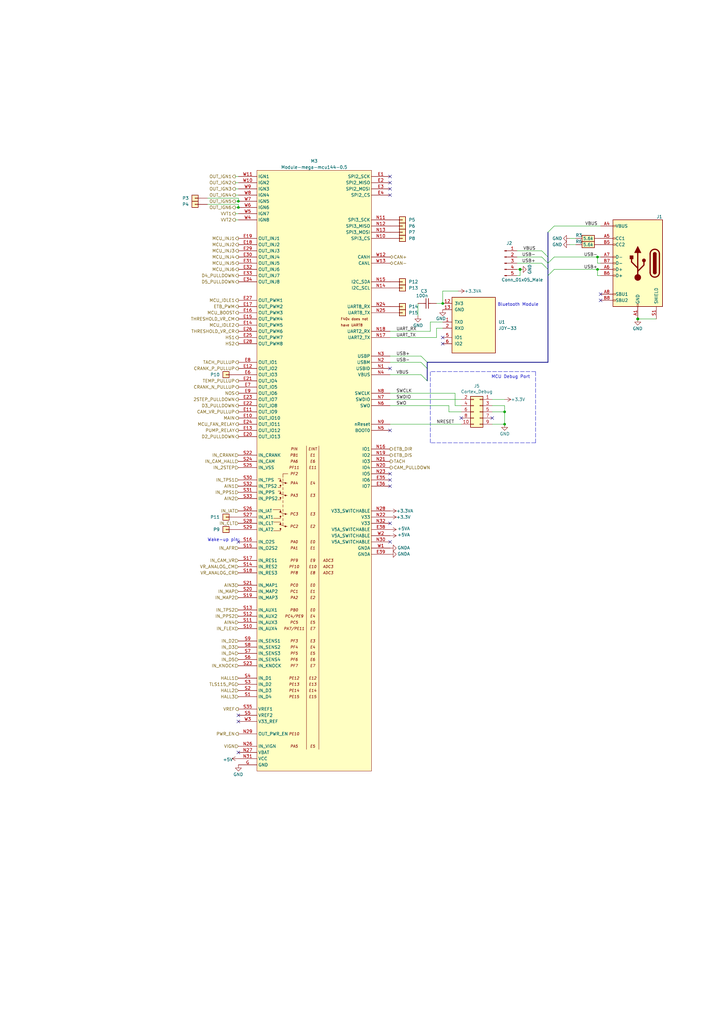
<source format=kicad_sch>
(kicad_sch (version 20230121) (generator eeschema)
  (paper "A3" portrait)
  (lib_symbols
    (symbol "Connector:Conn_01x05_Male" (pin_names (offset 1.016) hide)
      (property "Reference" "J" (at 0 7.62 0))
      (property "Value" "Conn_01x05_Male" (at 0 -7.62 0))
      (symbol "Conn_01x05_Male_1_1"
        (polyline (pts (xy 1.27 -5.08) (xy 0.8636 -5.08)) (stroke (width 0.1524)))
        (polyline (pts (xy 1.27 -2.54) (xy 0.8636 -2.54)) (stroke (width 0.1524)))
        (polyline (pts (xy 1.27 0) (xy 0.8636 0)) (stroke (width 0.1524)))
        (polyline (pts (xy 1.27 2.54) (xy 0.8636 2.54)) (stroke (width 0.1524)))
        (polyline (pts (xy 1.27 5.08) (xy 0.8636 5.08)) (stroke (width 0.1524)))
        (rectangle (start 0.8636 -4.953) (end 0 -5.207) (stroke (width 0.1524)) (fill (type outline)))
        (rectangle (start 0.8636 -2.413) (end 0 -2.667) (stroke (width 0.1524)) (fill (type outline)))
        (rectangle (start 0.8636 0.127) (end 0 -0.127) (stroke (width 0.1524)) (fill (type outline)))
        (rectangle (start 0.8636 2.667) (end 0 2.413) (stroke (width 0.1524)) (fill (type outline)))
        (rectangle (start 0.8636 5.207) (end 0 4.953) (stroke (width 0.1524)) (fill (type outline)))
        (pin passive line (at 5.08 5.08 180) (length 3.81) (name "Pin_1") (number "1"))
        (pin passive line (at 5.08 2.54 180) (length 3.81) (name "Pin_2") (number "2"))
        (pin passive line (at 5.08 0 180) (length 3.81) (name "Pin_3") (number "3"))
        (pin passive line (at 5.08 -2.54 180) (length 3.81) (name "Pin_4") (number "4"))
        (pin passive line (at 5.08 -5.08 180) (length 3.81) (name "Pin_5") (number "5"))
      )
    )
    (symbol "Connector:USB_C_Receptacle_USB2.0" (pin_names (offset 1.016))
      (property "Reference" "J" (at -10.16 19.05 0))
      (property "Value" "USB_C_Receptacle_USB2.0" (at 19.05 19.05 0))
      (symbol "USB_C_Receptacle_USB2.0_0_0"
        (rectangle (start -0.254 -17.78) (end 0.254 -16.764))
        (rectangle (start 10.16 -14.986) (end 9.144 -15.494))
        (rectangle (start 10.16 -12.446) (end 9.144 -12.954))
        (rectangle (start 10.16 -4.826) (end 9.144 -5.334))
        (rectangle (start 10.16 -2.286) (end 9.144 -2.794))
        (rectangle (start 10.16 0.254) (end 9.144 -0.254))
        (rectangle (start 10.16 2.794) (end 9.144 2.286))
        (rectangle (start 10.16 7.874) (end 9.144 7.366))
        (rectangle (start 10.16 10.414) (end 9.144 9.906))
        (rectangle (start 10.16 15.494) (end 9.144 14.986))
      )
      (symbol "USB_C_Receptacle_USB2.0_0_1"
        (rectangle (start -10.16 17.78) (end 10.16 -17.78) (stroke (width 0.254)) (fill (type background)))
        (arc (start -8.89 -3.81) (mid -6.985 -5.7067) (end -5.08 -3.81) (stroke (width 0.508)))
        (arc (start -7.62 -3.81) (mid -6.985 -4.4423) (end -6.35 -3.81) (stroke (width 0.254)))
        (arc (start -7.62 -3.81) (mid -6.985 -4.4423) (end -6.35 -3.81) (stroke (width 0.254)) (fill (type outline)))
        (rectangle (start -7.62 -3.81) (end -6.35 3.81) (stroke (width 0.254)) (fill (type outline)))
        (arc (start -6.35 3.81) (mid -6.985 4.4423) (end -7.62 3.81) (stroke (width 0.254)))
        (arc (start -6.35 3.81) (mid -6.985 4.4423) (end -7.62 3.81) (stroke (width 0.254)) (fill (type outline)))
        (arc (start -5.08 3.81) (mid -6.985 5.7067) (end -8.89 3.81) (stroke (width 0.508)))
        (circle (center -2.54 1.143) (radius 0.635) (stroke (width 0.254)) (fill (type outline)))
        (circle (center 0 -5.842) (radius 1.27) (fill (type outline)))
        (polyline (pts (xy -8.89 -3.81) (xy -8.89 3.81)) (stroke (width 0.508)))
        (polyline (pts (xy -5.08 3.81) (xy -5.08 -3.81)) (stroke (width 0.508)))
        (polyline (pts (xy 0 -5.842) (xy 0 4.318)) (stroke (width 0.508)))
        (polyline (pts (xy 0 -3.302) (xy -2.54 -0.762) (xy -2.54 0.508)) (stroke (width 0.508)))
        (polyline (pts (xy 0 -2.032) (xy 2.54 0.508) (xy 2.54 1.778)) (stroke (width 0.508)))
        (polyline (pts (xy -1.27 4.318) (xy 0 6.858) (xy 1.27 4.318) (xy -1.27 4.318)) (stroke (width 0.254)) (fill (type outline)))
        (rectangle (start 1.905 1.778) (end 3.175 3.048) (stroke (width 0.254)) (fill (type outline)))
      )
      (symbol "USB_C_Receptacle_USB2.0_1_1"
        (pin passive line (at 0 -22.86 90) (length 5.08) (name "GND") (number "A1"))
        (pin passive line (at 0 -22.86 90) (length 5.08) hide (name "GND") (number "A12"))
        (pin passive line (at 15.24 15.24 180) (length 5.08) (name "VBUS") (number "A4"))
        (pin bidirectional line (at 15.24 10.16 180) (length 5.08) (name "CC1") (number "A5"))
        (pin bidirectional line (at 15.24 -2.54 180) (length 5.08) (name "D+") (number "A6"))
        (pin bidirectional line (at 15.24 2.54 180) (length 5.08) (name "D-") (number "A7"))
        (pin bidirectional line (at 15.24 -12.7 180) (length 5.08) (name "SBU1") (number "A8"))
        (pin passive line (at 15.24 15.24 180) (length 5.08) hide (name "VBUS") (number "A9"))
        (pin passive line (at 0 -22.86 90) (length 5.08) hide (name "GND") (number "B1"))
        (pin passive line (at 0 -22.86 90) (length 5.08) hide (name "GND") (number "B12"))
        (pin passive line (at 15.24 15.24 180) (length 5.08) hide (name "VBUS") (number "B4"))
        (pin bidirectional line (at 15.24 7.62 180) (length 5.08) (name "CC2") (number "B5"))
        (pin bidirectional line (at 15.24 -5.08 180) (length 5.08) (name "D+") (number "B6"))
        (pin bidirectional line (at 15.24 0 180) (length 5.08) (name "D-") (number "B7"))
        (pin bidirectional line (at 15.24 -15.24 180) (length 5.08) (name "SBU2") (number "B8"))
        (pin passive line (at 15.24 15.24 180) (length 5.08) hide (name "VBUS") (number "B9"))
        (pin passive line (at -7.62 -22.86 90) (length 5.08) (name "SHIELD") (number "S1"))
      )
    )
    (symbol "Connector_Generic:Conn_02x05_Odd_Even" (pin_names (offset 1.016) hide)
      (property "Reference" "J" (at 1.27 7.62 0))
      (property "Value" "Conn_02x05_Odd_Even" (at 1.27 -7.62 0))
      (symbol "Conn_02x05_Odd_Even_1_1"
        (rectangle (start -1.27 -4.953) (end 0 -5.207) (stroke (width 0.1524)))
        (rectangle (start -1.27 -2.413) (end 0 -2.667) (stroke (width 0.1524)))
        (rectangle (start -1.27 0.127) (end 0 -0.127) (stroke (width 0.1524)))
        (rectangle (start -1.27 2.667) (end 0 2.413) (stroke (width 0.1524)))
        (rectangle (start -1.27 5.207) (end 0 4.953) (stroke (width 0.1524)))
        (rectangle (start -1.27 6.35) (end 3.81 -6.35) (stroke (width 0.254)) (fill (type background)))
        (rectangle (start 3.81 -4.953) (end 2.54 -5.207) (stroke (width 0.1524)))
        (rectangle (start 3.81 -2.413) (end 2.54 -2.667) (stroke (width 0.1524)))
        (rectangle (start 3.81 0.127) (end 2.54 -0.127) (stroke (width 0.1524)))
        (rectangle (start 3.81 2.667) (end 2.54 2.413) (stroke (width 0.1524)))
        (rectangle (start 3.81 5.207) (end 2.54 4.953) (stroke (width 0.1524)))
        (pin passive line (at -5.08 5.08 0) (length 3.81) (name "Pin_1") (number "1"))
        (pin passive line (at 7.62 -5.08 180) (length 3.81) (name "Pin_10") (number "10"))
        (pin passive line (at 7.62 5.08 180) (length 3.81) (name "Pin_2") (number "2"))
        (pin passive line (at -5.08 2.54 0) (length 3.81) (name "Pin_3") (number "3"))
        (pin passive line (at 7.62 2.54 180) (length 3.81) (name "Pin_4") (number "4"))
        (pin passive line (at -5.08 0 0) (length 3.81) (name "Pin_5") (number "5"))
        (pin passive line (at 7.62 0 180) (length 3.81) (name "Pin_6") (number "6"))
        (pin passive line (at -5.08 -2.54 0) (length 3.81) (name "Pin_7") (number "7"))
        (pin passive line (at 7.62 -2.54 180) (length 3.81) (name "Pin_8") (number "8"))
        (pin passive line (at -5.08 -5.08 0) (length 3.81) (name "Pin_9") (number "9"))
      )
    )
    (symbol "JDY-33:JDY-33" (pin_names (offset 1.016))
      (property "Reference" "U" (at -15.24 31.115 0))
      (property "Value" "JDY-33" (at -15.24 -30.48 0))
      (symbol "JDY-33_0_1"
        (rectangle (start 0 11.938) (end 17.78 -10.922) (stroke (width 0.254)) (fill (type background)))
      )
      (symbol "JDY-33_1_1"
        (pin output line (at -3.81 1.778 0) (length 3.81) (name "TXD") (number "1"))
        (pin power_in line (at -3.81 9.398 0) (length 3.81) (name "3V3") (number "12"))
        (pin power_in line (at -3.81 6.858 0) (length 3.81) (name "GND") (number "13"))
        (pin input line (at -3.81 -0.762 0) (length 3.81) (name "RXD") (number "2"))
        (pin passive line (at -3.81 -4.572 0) (length 3.81) (name "IO1") (number "5"))
        (pin passive line (at -3.81 -7.112 0) (length 3.81) (name "IO2") (number "6"))
      )
    )
    (symbol "hellen-one-common:Cap" (pin_numbers hide)
      (property "Reference" "C" (at -3.81 2.54 0))
      (property "Value" "Cap" (at -2.54 -1.27 0))
      (symbol "Cap_1_0"
        (polyline (pts (xy -1.27 0) (xy -0.508 0)) (stroke (width 0.254)))
        (polyline (pts (xy -0.508 -2.032) (xy -0.508 2.032)) (stroke (width 0.254)))
        (polyline (pts (xy 0.508 2.032) (xy 0.508 -2.032)) (stroke (width 0.254)))
        (polyline (pts (xy 1.27 0) (xy 0.508 0)) (stroke (width 0.254)))
        (pin passive line (at -3.81 0 0) (length 2.54) (name "") (number "1"))
        (pin passive line (at 3.81 0 180) (length 2.54) (name "") (number "2"))
      )
    )
    (symbol "hellen-one-common:Pad" (pin_numbers hide) (pin_names (offset 1.016) hide)
      (property "Reference" "P" (at 2.54 0 0))
      (symbol "Pad_1_1"
        (rectangle (start -1.27 0.127) (end 0 -0.127) (stroke (width 0.1524)))
        (rectangle (start -1.27 1.27) (end 1.27 -1.27) (stroke (width 0.254)) (fill (type background)))
        (pin passive line (at -5.08 0 0) (length 3.81) (name "Pin_1") (number "1"))
      )
    )
    (symbol "hellen-one-common:Res" (pin_numbers hide)
      (property "Reference" "R" (at 3.81 2.54 0))
      (property "Value" "Res" (at 5.08 -2.54 0))
      (symbol "Res_1_0"
        (rectangle (start 2.54 -1.27) (end 7.62 1.27) (stroke (width 0.254)) (fill (type background)))
        (pin passive line (at 0 0 0) (length 2.54) (name "") (number "1"))
        (pin passive line (at 10.16 0 180) (length 2.54) (name "") (number "2"))
      )
    )
    (symbol "hellen-one-mega-mcu144-0.5:Module-mega-mcu144-0.5"
      (property "Reference" "M1000" (at 7.62 2.54 0))
      (property "Value" "Module-mega-mcu144-0.5" (at 7.62 -246.38 0))
      (symbol "Module-mega-mcu144-0.5_0_1"
        (polyline (pts (xy 16.764 -142.748) (xy 19.304 -143.51)))
        (polyline (pts (xy 16.764 -137.668) (xy 19.304 -138.43)))
        (polyline (pts (xy 16.764 -130.048) (xy 19.304 -130.81)))
        (polyline (pts (xy 16.764 -124.968) (xy 19.304 -125.73)))
        (polyline (pts (xy 18.288 -143.002) (xy 18.288 -141.986)))
        (polyline (pts (xy 18.288 -141.224) (xy 18.288 -140.208)))
        (polyline (pts (xy 18.288 -139.446) (xy 18.288 -138.43)))
        (polyline (pts (xy 18.288 -137.414) (xy 18.288 -136.398)))
        (polyline (pts (xy 18.288 -135.636) (xy 18.288 -134.62)))
        (polyline (pts (xy 18.288 -133.858) (xy 18.288 -132.842)))
        (polyline (pts (xy 18.288 -132.08) (xy 18.288 -131.064)))
        (polyline (pts (xy 18.288 -130.302) (xy 18.288 -129.286)))
        (polyline (pts (xy 18.288 -128.524) (xy 18.288 -127.508)))
        (polyline (pts (xy 18.288 -126.746) (xy 18.288 -125.73)))
        (polyline (pts (xy 18.288 -124.968) (xy 18.288 -123.952)))
        (polyline (pts (xy 18.288 -123.444) (xy 18.288 -121.92)))
        (polyline (pts (xy 18.288 -121.92) (xy 20.32 -121.92)))
        (polyline (pts (xy 19.304 -143.51) (xy 20.066 -143.51)))
        (polyline (pts (xy 19.304 -138.43) (xy 20.066 -138.43)))
        (polyline (pts (xy 19.304 -130.81) (xy 20.066 -130.81)))
        (polyline (pts (xy 19.304 -125.73) (xy 20.066 -125.73)))
        (polyline (pts (xy 17.272 -144.526) (xy 17.272 -145.288) (xy 14.478 -145.288)))
        (polyline (pts (xy 17.272 -142.494) (xy 17.272 -141.732) (xy 14.478 -141.732)))
        (polyline (pts (xy 17.272 -139.446) (xy 17.272 -140.208) (xy 14.478 -140.208)))
        (polyline (pts (xy 17.272 -137.414) (xy 17.272 -136.652) (xy 14.224 -136.652)))
        (polyline (pts (xy 17.272 -131.826) (xy 17.272 -132.588) (xy 16.256 -132.588)))
        (polyline (pts (xy 17.272 -129.794) (xy 17.272 -129.032) (xy 16.256 -129.032)))
        (polyline (pts (xy 17.272 -126.746) (xy 17.272 -127.508) (xy 16.256 -127.508)))
        (polyline (pts (xy 17.272 -124.714) (xy 17.272 -123.952) (xy 16.256 -123.952)))
        (circle (center 17.272 -144.526) (radius 0.254) (fill (type outline)))
        (circle (center 17.272 -142.494) (radius 0.254) (fill (type outline)))
        (circle (center 17.272 -139.446) (radius 0.254) (fill (type outline)))
        (circle (center 17.272 -137.414) (radius 0.254) (fill (type outline)))
        (circle (center 17.272 -131.826) (radius 0.254) (fill (type outline)))
        (circle (center 17.272 -129.794) (radius 0.254) (fill (type outline)))
        (circle (center 17.272 -126.746) (radius 0.254) (fill (type outline)))
        (circle (center 17.272 -124.714) (radius 0.254) (fill (type outline)))
        (circle (center 19.304 -143.51) (radius 0.254) (fill (type outline)))
        (circle (center 19.304 -138.43) (radius 0.254) (fill (type outline)))
        (circle (center 19.304 -130.81) (radius 0.254) (fill (type outline)))
        (circle (center 19.304 -125.73) (radius 0.254) (fill (type outline)))
      )
      (symbol "Module-mega-mcu144-0.5_1_0"
        (polyline (pts (xy 27.94 -110.49) (xy 27.94 -234.95)))
        (polyline (pts (xy 33.02 -110.49) (xy 33.02 -234.95)))
        (rectangle (start 7.62 2.54) (end 54.61 -243.84) (fill (type background)))
        (text "ADC3" (at 36.83 -162.56 0) (effects (font (size 1.1 1.1) italic)))
        (text "ADC3" (at 36.83 -160.02 0) (effects (font (size 1.1 1.1) italic)))
        (text "ADC3" (at 36.83 -157.48 0) (effects (font (size 1.1 1.1) italic)))
        (text "E0" (at 30.48 -177.8 0) (effects (font (size 1.1 1.1) italic)))
        (text "E0" (at 30.48 -167.64 0) (effects (font (size 1.1 1.1) italic)))
        (text "E0" (at 30.48 -149.86 0) (effects (font (size 1.1 1.1) italic)))
        (text "E1" (at 30.48 -170.18 0) (effects (font (size 1.1 1.1) italic)))
        (text "E1" (at 30.48 -152.4 0) (effects (font (size 1.1 1.1) italic)))
        (text "E1" (at 30.48 -114.3 0) (effects (font (size 1.1 1.1) italic)))
        (text "E10" (at 30.48 -160.02 0) (effects (font (size 1.1 1.1) italic)))
        (text "E11" (at 30.48 -119.38 0) (effects (font (size 1.1 1.1) italic)))
        (text "E12" (at 30.48 -205.74 0) (effects (font (size 1.1 1.1) italic)))
        (text "E13" (at 30.48 -208.28 0) (effects (font (size 1.1 1.1) italic)))
        (text "E14" (at 30.48 -210.82 0) (effects (font (size 1.1 1.1) italic)))
        (text "E15" (at 30.48 -213.36 0) (effects (font (size 1.1 1.1) italic)))
        (text "E2" (at 30.48 -172.72 0) (effects (font (size 1.1 1.1) italic)))
        (text "E2" (at 30.48 -143.51 0) (effects (font (size 1.1 1.1) italic)))
        (text "E3" (at 30.48 -190.5 0) (effects (font (size 1.1 1.1) italic)))
        (text "E3" (at 30.48 -138.43 0) (effects (font (size 1.1 1.1) italic)))
        (text "E3" (at 30.48 -130.81 0) (effects (font (size 1.1 1.1) italic)))
        (text "E4" (at 30.48 -193.04 0) (effects (font (size 1.1 1.1) italic)))
        (text "E4" (at 30.48 -180.34 0) (effects (font (size 1.1 1.1) italic)))
        (text "E4" (at 30.48 -125.73 0) (effects (font (size 1.1 1.1) italic)))
        (text "E5" (at 30.48 -233.68 0) (effects (font (size 1.1 1.1) italic)))
        (text "E5" (at 30.48 -195.58 0) (effects (font (size 1.1 1.1) italic)))
        (text "E5" (at 30.48 -182.88 0) (effects (font (size 1.1 1.1) italic)))
        (text "E6" (at 30.48 -198.12 0) (effects (font (size 1.1 1.1) italic)))
        (text "E6" (at 30.48 -116.84 0) (effects (font (size 1.1 1.1) italic)))
        (text "E7" (at 30.48 -200.66 0) (effects (font (size 1.1 1.1) italic)))
        (text "E7" (at 30.48 -185.42 0) (effects (font (size 1.1 1.1) italic)))
        (text "E8" (at 30.48 -162.56 0) (effects (font (size 1.1 1.1) italic)))
        (text "E9" (at 30.48 -157.48 0) (effects (font (size 1.1 1.1) italic)))
        (text "EINT" (at 30.48 -111.76 0) (effects (font (size 1.1 1.1) italic)))
        (text "F40x does not" (at 41.91 -58.42 0) (effects (font (size 1.016 1.016)) (justify left)))
        (text "have UART8" (at 41.91 -60.96 0) (effects (font (size 1.016 1.016)) (justify left)))
        (text "PA0" (at 22.86 -149.86 0) (effects (font (size 1.1 1.1) italic)))
        (text "PA1" (at 22.86 -152.4 0) (effects (font (size 1.1 1.1) italic)))
        (text "PA2" (at 22.86 -172.72 0) (effects (font (size 1.1 1.1) italic)))
        (text "PA3" (at 22.86 -130.81 0) (effects (font (size 1.1 1.1) italic)))
        (text "PA4" (at 22.86 -125.73 0) (effects (font (size 1.1 1.1) italic)))
        (text "PA5" (at 22.86 -233.68 0) (effects (font (size 1.1 1.1) italic)))
        (text "PA6" (at 22.86 -116.84 0) (effects (font (size 1.1 1.1) italic)))
        (text "PA7/PE11" (at 22.86 -185.42 0) (effects (font (size 1.1 1.1) italic)))
        (text "PB0" (at 22.86 -177.8 0) (effects (font (size 1.1 1.1) italic)))
        (text "PB1" (at 22.86 -114.3 0) (effects (font (size 1.1 1.1) italic)))
        (text "PC0" (at 22.86 -167.64 0) (effects (font (size 1.1 1.1) italic)))
        (text "PC1" (at 22.86 -170.18 0) (effects (font (size 1.1 1.1) italic)))
        (text "PC2" (at 22.86 -143.51 0) (effects (font (size 1.1 1.1) italic)))
        (text "PC3" (at 22.86 -138.43 0) (effects (font (size 1.1 1.1) italic)))
        (text "PC4/PE9" (at 22.86 -180.34 0) (effects (font (size 1.1 1.1) italic)))
        (text "PC5" (at 22.86 -182.88 0) (effects (font (size 1.1 1.1) italic)))
        (text "PE10" (at 22.86 -228.6 0) (effects (font (size 1.1 1.1) italic)))
        (text "PE12" (at 22.86 -205.74 0) (effects (font (size 1.1 1.1) italic)))
        (text "PE13" (at 22.86 -208.28 0) (effects (font (size 1.1 1.1) italic)))
        (text "PE14" (at 22.86 -210.82 0) (effects (font (size 1.1 1.1) italic)))
        (text "PE15" (at 22.86 -213.36 0) (effects (font (size 1.1 1.1) italic)))
        (text "PF10" (at 22.86 -160.02 0) (effects (font (size 1.1 1.1) italic)))
        (text "PF11" (at 22.86 -119.38 0) (effects (font (size 1.1 1.1) italic)))
        (text "PF2" (at 22.86 -121.92 0) (effects (font (size 1.1 1.1) italic)))
        (text "PF3" (at 22.86 -190.5 0) (effects (font (size 1.1 1.1) italic)))
        (text "PF4" (at 22.86 -193.04 0) (effects (font (size 1.1 1.1) italic)))
        (text "PF5" (at 22.86 -195.58 0) (effects (font (size 1.1 1.1) italic)))
        (text "PF6" (at 22.86 -198.12 0) (effects (font (size 1.1 1.1) italic)))
        (text "PF7" (at 22.86 -200.66 0) (effects (font (size 1.1 1.1) italic)))
        (text "PF8" (at 22.86 -162.56 0) (effects (font (size 1.1 1.1) italic)))
        (text "PF9" (at 22.86 -157.48 0) (effects (font (size 1.1 1.1) italic)))
        (text "PIN" (at 22.86 -111.76 0) (effects (font (size 1.1 1.1) italic)))
        (pin passive line (at 62.23 0 180) (length 7.62) (name "SPI2_SCK") (number "E1"))
        (pin passive line (at 0 -99.06 0) (length 7.62) (name "OUT_IO10") (number "E10"))
        (pin passive line (at 0 -96.52 0) (length 7.62) (name "OUT_IO9") (number "E11"))
        (pin passive line (at 0 -78.74 0) (length 7.62) (name "OUT_IO2") (number "E12"))
        (pin passive line (at 0 -104.14 0) (length 7.62) (name "OUT_IO12") (number "E13"))
        (pin passive line (at 0 -60.96 0) (length 7.62) (name "OUT_PWM5") (number "E14"))
        (pin passive line (at 0 -58.42 0) (length 7.62) (name "OUT_PWM4") (number "E15"))
        (pin passive line (at 0 -55.88 0) (length 7.62) (name "OUT_PWM3") (number "E16"))
        (pin passive line (at 0 -53.34 0) (length 7.62) (name "OUT_PWM2") (number "E17"))
        (pin passive line (at 0 -27.94 0) (length 7.62) (name "OUT_INJ2") (number "E18"))
        (pin passive line (at 0 -25.4 0) (length 7.62) (name "OUT_INJ1") (number "E19"))
        (pin passive line (at 62.23 -2.54 180) (length 7.62) (name "SPI2_MISO") (number "E2"))
        (pin passive line (at 0 -106.68 0) (length 7.62) (name "OUT_IO13") (number "E20"))
        (pin passive line (at 0 -83.82 0) (length 7.62) (name "OUT_IO4") (number "E21"))
        (pin passive line (at 0 -93.98 0) (length 7.62) (name "OUT_IO8") (number "E22"))
        (pin passive line (at 0 -91.44 0) (length 7.62) (name "OUT_IO7") (number "E23"))
        (pin passive line (at 0 -101.6 0) (length 7.62) (name "OUT_IO11") (number "E24"))
        (pin passive line (at 0 -66.04 0) (length 7.62) (name "OUT_PWM7") (number "E25"))
        (pin passive line (at 0 -63.5 0) (length 7.62) (name "OUT_PWM6") (number "E26"))
        (pin passive line (at 0 -50.8 0) (length 7.62) (name "OUT_PWM1") (number "E27"))
        (pin passive line (at 0 -68.58 0) (length 7.62) (name "OUT_PWM8") (number "E28"))
        (pin passive line (at 0 -30.48 0) (length 7.62) (name "OUT_INJ3") (number "E29"))
        (pin passive line (at 62.23 -5.08 180) (length 7.62) (name "SPI2_MOSI") (number "E3"))
        (pin passive line (at 0 -33.02 0) (length 7.62) (name "OUT_INJ4") (number "E30"))
        (pin passive line (at 0 -35.56 0) (length 7.62) (name "OUT_INJ5") (number "E31"))
        (pin passive line (at 0 -38.1 0) (length 7.62) (name "OUT_INJ6") (number "E32"))
        (pin passive line (at 0 -40.64 0) (length 7.62) (name "OUT_INJ7") (number "E33"))
        (pin passive line (at 0 -43.18 0) (length 7.62) (name "OUT_INJ8") (number "E34"))
        (pin passive line (at 62.23 -124.46 180) (length 7.62) (name "IO6") (number "E35"))
        (pin passive line (at 62.23 -127 180) (length 7.62) (name "IO7") (number "E36"))
        (pin passive line (at 62.23 -144.78 180) (length 7.62) (name "V5A_SWITCHABLE") (number "E38"))
        (pin passive line (at 62.23 -154.94 180) (length 7.62) (name "GNDA") (number "E39"))
        (pin passive line (at 62.23 -7.62 180) (length 7.62) (name "SPI2_CS") (number "E4"))
        (pin passive line (at 0 -81.28 0) (length 7.62) (name "OUT_IO3") (number "E6"))
        (pin passive line (at 0 -86.36 0) (length 7.62) (name "OUT_IO5") (number "E7"))
        (pin passive line (at 0 -76.2 0) (length 7.62) (name "OUT_IO1") (number "E8"))
        (pin passive line (at 0 -88.9 0) (length 7.62) (name "OUT_IO6") (number "E9"))
        (pin passive line (at 0 -241.3 0) (length 7.62) (name "GND") (number "G"))
        (pin passive line (at 62.23 -78.74 180) (length 7.62) (name "USBID") (number "N1"))
        (pin passive line (at 62.23 -25.4 180) (length 7.62) (name "SPI3_CS") (number "N10"))
        (pin passive line (at 62.23 -17.78 180) (length 7.62) (name "SPI3_SCK") (number "N11"))
        (pin passive line (at 62.23 -20.32 180) (length 7.62) (name "SPI3_MISO") (number "N12"))
        (pin passive line (at 62.23 -22.86 180) (length 7.62) (name "SPI3_MOSI") (number "N13"))
        (pin passive line (at 62.23 -45.72 180) (length 7.62) (name "I2C_SCL") (number "N14"))
        (pin passive line (at 62.23 -43.18 180) (length 7.62) (name "I2C_SDA") (number "N15"))
        (pin passive line (at 62.23 -111.76 180) (length 7.62) (name "IO1") (number "N16"))
        (pin passive line (at 62.23 -66.04 180) (length 7.62) (name "UART2_TX") (number "N17"))
        (pin passive line (at 62.23 -63.5 180) (length 7.62) (name "UART2_RX") (number "N18"))
        (pin passive line (at 62.23 -114.3 180) (length 7.62) (name "IO2") (number "N19"))
        (pin passive line (at 62.23 -76.2 180) (length 7.62) (name "USBM") (number "N2"))
        (pin passive line (at 62.23 -119.38 180) (length 7.62) (name "IO4") (number "N20"))
        (pin passive line (at 62.23 -116.84 180) (length 7.62) (name "IO3") (number "N21"))
        (pin passive line (at 62.23 -139.7 180) (length 7.62) (name "V33") (number "N22"))
        (pin passive line (at 62.23 -121.92 180) (length 7.62) (name "IO5") (number "N23"))
        (pin passive line (at 62.23 -53.34 180) (length 7.62) (name "UART8_RX") (number "N24"))
        (pin passive line (at 62.23 -55.88 180) (length 7.62) (name "UART8_TX") (number "N25"))
        (pin passive line (at 0 -233.68 0) (length 7.62) (name "IN_VIGN") (number "N26"))
        (pin passive line (at 0 -236.22 0) (length 7.62) (name "VBAT") (number "N27"))
        (pin passive line (at 62.23 -137.16 180) (length 7.62) (name "V33_SWITCHABLE") (number "N28"))
        (pin passive line (at 0 -228.6 0) (length 7.62) (name "OUT_PWR_EN") (number "N29"))
        (pin passive line (at 62.23 -73.66 180) (length 7.62) (name "USBP") (number "N3"))
        (pin passive line (at 62.23 -149.86 180) (length 7.62) (name "V5A_SWITCHABLE") (number "N30"))
        (pin passive line (at 0 -238.76 0) (length 7.62) (name "VCC") (number "N31"))
        (pin passive line (at 62.23 -142.24 180) (length 7.62) (name "V33") (number "N32"))
        (pin passive line (at 62.23 -81.28 180) (length 7.62) (name "VBUS") (number "N4"))
        (pin passive line (at 62.23 -104.14 180) (length 7.62) (name "BOOT0") (number "N5"))
        (pin passive line (at 62.23 -93.98 180) (length 7.62) (name "SWO") (number "N6"))
        (pin passive line (at 62.23 -91.44 180) (length 7.62) (name "SWDIO") (number "N7"))
        (pin passive line (at 62.23 -88.9 180) (length 7.62) (name "SWCLK") (number "N8"))
        (pin passive line (at 62.23 -101.6 180) (length 7.62) (name "nReset") (number "N9"))
        (pin passive line (at 0 -213.36 0) (length 7.62) (name "IN_D4") (number "S1"))
        (pin passive line (at 0 -185.42 0) (length 7.62) (name "IN_AUX4") (number "S10"))
        (pin passive line (at 0 -182.88 0) (length 7.62) (name "IN_AUX3") (number "S11"))
        (pin passive line (at 0 -180.34 0) (length 7.62) (name "IN_AUX2") (number "S12"))
        (pin passive line (at 0 -177.8 0) (length 7.62) (name "IN_AUX1") (number "S13"))
        (pin passive line (at 0 -160.02 0) (length 7.62) (name "IN_RES2") (number "S14"))
        (pin passive line (at 0 -152.4 0) (length 7.62) (name "IN_O2S2") (number "S15"))
        (pin passive line (at 0 -149.86 0) (length 7.62) (name "IN_O2S") (number "S16"))
        (pin passive line (at 0 -157.48 0) (length 7.62) (name "IN_RES1") (number "S17"))
        (pin passive line (at 0 -162.56 0) (length 7.62) (name "IN_RES3") (number "S18"))
        (pin passive line (at 0 -172.72 0) (length 7.62) (name "IN_MAP3") (number "S19"))
        (pin passive line (at 0 -210.82 0) (length 7.62) (name "IN_D3") (number "S2"))
        (pin passive line (at 0 -170.18 0) (length 7.62) (name "IN_MAP2") (number "S20"))
        (pin passive line (at 0 -167.64 0) (length 7.62) (name "IN_MAP1") (number "S21"))
        (pin passive line (at 0 -114.3 0) (length 7.62) (name "IN_CRANK") (number "S22"))
        (pin passive line (at 0 -200.66 0) (length 7.62) (name "IN_KNOCK") (number "S23"))
        (pin passive line (at 0 -116.84 0) (length 7.62) (name "IN_CAM") (number "S24"))
        (pin passive line (at 0 -119.38 0) (length 7.62) (name "IN_VSS") (number "S25"))
        (pin passive line (at 0 -137.16 0) (length 7.62) (name "IN_IAT") (number "S26"))
        (pin passive line (at 0 -139.7 0) (length 7.62) (name "IN_AT1") (number "S27"))
        (pin passive line (at 0 -142.24 0) (length 7.62) (name "IN_CLT") (number "S28"))
        (pin passive line (at 0 -144.78 0) (length 7.62) (name "IN_AT2") (number "S29"))
        (pin passive line (at 0 -208.28 0) (length 7.62) (name "IN_D2") (number "S3"))
        (pin passive line (at 0 -124.46 0) (length 7.62) (name "IN_TPS") (number "S30"))
        (pin passive line (at 0 -129.54 0) (length 7.62) (name "IN_PPS") (number "S31"))
        (pin passive line (at 0 -127 0) (length 7.62) (name "IN_TPS2") (number "S32"))
        (pin passive line (at 0 -132.08 0) (length 7.62) (name "IN_PPS2") (number "S33"))
        (pin passive line (at 0 -218.44 0) (length 7.62) (name "VREF1") (number "S35"))
        (pin passive line (at 0 -205.74 0) (length 7.62) (name "IN_D1") (number "S4"))
        (pin passive line (at 0 -220.98 0) (length 7.62) (name "VREF2") (number "S5"))
        (pin passive line (at 0 -198.12 0) (length 7.62) (name "IN_SENS4") (number "S6"))
        (pin passive line (at 0 -195.58 0) (length 7.62) (name "IN_SENS3") (number "S7"))
        (pin passive line (at 0 -193.04 0) (length 7.62) (name "IN_SENS2") (number "S8"))
        (pin passive line (at 0 -190.5 0) (length 7.62) (name "IN_SENS1") (number "S9"))
        (pin passive line (at 62.23 -152.4 180) (length 7.62) (name "GNDA") (number "W1"))
        (pin passive line (at 0 -2.54 0) (length 7.62) (name "IGN2") (number "W10"))
        (pin passive line (at 0 0 0) (length 7.62) (name "IGN1") (number "W11"))
        (pin passive line (at 62.23 -33.02 180) (length 7.62) (name "CANH") (number "W12"))
        (pin passive line (at 62.23 -35.56 180) (length 7.62) (name "CANL") (number "W13"))
        (pin passive line (at 62.23 -147.32 180) (length 7.62) (name "V5A_SWITCHABLE") (number "W2"))
        (pin passive line (at 0 -223.52 0) (length 7.62) (name "V33_REF") (number "W3"))
        (pin passive line (at 0 -17.78 0) (length 7.62) (name "IGN8") (number "W4"))
        (pin passive line (at 0 -15.24 0) (length 7.62) (name "IGN7") (number "W5"))
        (pin passive line (at 0 -12.7 0) (length 7.62) (name "IGN6") (number "W6"))
        (pin passive line (at 0 -10.16 0) (length 7.62) (name "IGN5") (number "W7"))
        (pin passive line (at 0 -7.62 0) (length 7.62) (name "IGN4") (number "W8"))
        (pin passive line (at 0 -5.08 0) (length 7.62) (name "IGN3") (number "W9"))
      )
    )
    (symbol "power:+3.3V" (power) (pin_names (offset 0))
      (property "Value" "+3.3V" (at 0 3.556 0))
      (symbol "+3.3V_0_1"
        (polyline (pts (xy -0.762 1.27) (xy 0 2.54)))
        (polyline (pts (xy 0 0) (xy 0 2.54)))
        (polyline (pts (xy 0 2.54) (xy 0.762 1.27)))
      )
      (symbol "+3.3V_1_1"
        (pin power_in line (at 0 0 90) (length 0) hide (name "+3.3V") (number "1"))
      )
    )
    (symbol "power:+3.3VA" (power) (pin_names (offset 0))
      (property "Value" "+3.3VA" (at 0 3.556 0))
      (symbol "+3.3VA_0_1"
        (polyline (pts (xy -0.762 1.27) (xy 0 2.54)))
        (polyline (pts (xy 0 0) (xy 0 2.54)))
        (polyline (pts (xy 0 2.54) (xy 0.762 1.27)))
      )
      (symbol "+3.3VA_1_1"
        (pin power_in line (at 0 0 90) (length 0) hide (name "+3.3VA") (number "1"))
      )
    )
    (symbol "power:+5V" (power) (pin_names (offset 0))
      (property "Value" "+5V" (at 0 3.556 0))
      (symbol "+5V_0_1"
        (polyline (pts (xy -0.762 1.27) (xy 0 2.54)))
        (polyline (pts (xy 0 0) (xy 0 2.54)))
        (polyline (pts (xy 0 2.54) (xy 0.762 1.27)))
      )
      (symbol "+5V_1_1"
        (pin power_in line (at 0 0 90) (length 0) hide (name "+5V") (number "1"))
      )
    )
    (symbol "power:+5VA" (power) (pin_names (offset 0))
      (property "Value" "+5VA" (at 0 3.556 0))
      (symbol "+5VA_0_1"
        (polyline (pts (xy -0.762 1.27) (xy 0 2.54)))
        (polyline (pts (xy 0 0) (xy 0 2.54)))
        (polyline (pts (xy 0 2.54) (xy 0.762 1.27)))
      )
      (symbol "+5VA_1_1"
        (pin power_in line (at 0 0 90) (length 0) hide (name "+5VA") (number "1"))
      )
    )
    (symbol "power:GND" (power) (pin_names (offset 0))
      (property "Value" "GND" (at 0 -3.81 0))
      (symbol "GND_0_1"
        (polyline (pts (xy 0 0) (xy 0 -1.27) (xy 1.27 -1.27) (xy 0 -2.54) (xy -1.27 -1.27) (xy 0 -1.27)))
      )
      (symbol "GND_1_1"
        (pin power_in line (at 0 0 270) (length 0) hide (name "GND") (number "1"))
      )
    )
    (symbol "power:GNDA" (power) (pin_names (offset 0))
      (property "Value" "GNDA" (at 0 -3.81 0))
      (symbol "GNDA_0_1"
        (polyline (pts (xy 0 0) (xy 0 -1.27) (xy 1.27 -1.27) (xy 0 -2.54) (xy -1.27 -1.27) (xy 0 -1.27)))
      )
      (symbol "GNDA_1_1"
        (pin power_in line (at 0 0 270) (length 0) hide (name "GNDA") (number "1"))
      )
    )
  )
  (junction (at 207.01 173.99))
  (junction (at 97.79 85.09))
  (junction (at 261.62 130.81) (diameter 1.016))
  (junction (at 245.11 110.49))
  (junction (at 97.79 82.55))
  (junction (at 213.36 110.49) (diameter 1.016))
  (junction (at 245.11 105.41))
  (junction (at 207.01 168.91))
  (junction (at 181.61 124.46))
  (no_connect (at 97.79 222.25))
  (no_connect (at 160.02 80.01))
  (no_connect (at 246.38 123.19))
  (no_connect (at 160.02 74.93))
  (no_connect (at 160.02 151.13))
  (no_connect (at 160.02 222.25))
  (no_connect (at 160.02 72.39))
  (no_connect (at 160.02 214.63))
  (no_connect (at 160.02 199.39))
  (no_connect (at 160.02 77.47))
  (no_connect (at 189.23 171.45))
  (no_connect (at 181.61 138.43))
  (no_connect (at 201.93 171.45))
  (no_connect (at 181.61 140.97))
  (no_connect (at 160.02 176.53))
  (no_connect (at 97.79 293.37))
  (no_connect (at 160.02 194.31))
  (no_connect (at 97.79 308.61))
  (no_connect (at 97.79 295.91))
  (no_connect (at 160.02 196.85))
  (no_connect (at 246.38 120.65))
  (bus_entry (at 222.25 105.41) (size 2.54 2.54))
  (bus_entry (at 227.33 110.49) (size -2.54 2.54) (stroke (width 0.1524)))
  (bus_entry (at 222.25 107.95) (size 2.54 2.54))
  (bus_entry (at 172.72 148.59) (size 2.54 2.54) (stroke (width 0.1524)))
  (bus_entry (at 222.25 102.87) (size 2.54 2.54))
  (bus_entry (at 172.72 153.67) (size 2.54 2.54) (stroke (width 0.1524)))
  (bus_entry (at 227.33 105.41) (size -2.54 2.54) (stroke (width 0.1524)))
  (bus_entry (at 172.72 146.05) (size 2.54 2.54) (stroke (width 0.1524)))
  (bus_entry (at 227.33 92.71) (size -2.54 2.54) (stroke (width 0.1524)))
  (bus (pts (xy 224.79 105.41) (xy 224.79 107.95)))
  (wire (pts (xy 181.61 119.38) (xy 181.61 124.46)))
  (bus (pts (xy 175.26 151.13) (xy 175.26 156.21)))
  (wire (pts (xy 176.53 135.89) (xy 176.53 132.08)))
  (wire (pts (xy 96.52 77.47) (xy 97.79 77.47)))
  (wire (pts (xy 96.52 87.63) (xy 97.79 87.63)))
  (wire (pts (xy 233.68 100.33) (xy 236.22 100.33)))
  (wire (pts (xy 179.07 124.46) (xy 181.61 124.46)))
  (wire (pts (xy 213.36 113.03) (xy 213.36 110.49)))
  (wire (pts (xy 160.02 138.43) (xy 179.07 138.43)))
  (wire (pts (xy 160.02 161.29) (xy 186.69 161.29)))
  (wire (pts (xy 160.02 163.83) (xy 189.23 163.83)))
  (wire (pts (xy 96.52 82.55) (xy 97.79 82.55)))
  (wire (pts (xy 246.38 110.49) (xy 245.11 110.49)))
  (wire (pts (xy 96.52 90.17) (xy 97.79 90.17)))
  (wire (pts (xy 233.68 97.79) (xy 236.22 97.79)))
  (wire (pts (xy 160.02 146.05) (xy 172.72 146.05)))
  (wire (pts (xy 189.23 166.37) (xy 186.69 166.37)))
  (wire (pts (xy 160.02 153.67) (xy 172.72 153.67)))
  (wire (pts (xy 160.02 135.89) (xy 176.53 135.89)))
  (wire (pts (xy 207.01 168.91) (xy 207.01 173.99)))
  (wire (pts (xy 96.52 72.39) (xy 97.79 72.39)))
  (wire (pts (xy 160.02 166.37) (xy 184.15 166.37)))
  (wire (pts (xy 189.23 168.91) (xy 184.15 168.91)))
  (wire (pts (xy 245.11 107.95) (xy 245.11 105.41)))
  (wire (pts (xy 207.01 163.83) (xy 201.93 163.83)))
  (wire (pts (xy 222.25 107.95) (xy 212.09 107.95)))
  (wire (pts (xy 207.01 173.99) (xy 201.93 173.99)))
  (polyline (pts (xy 176.53 181.61) (xy 176.53 152.4)) (stroke (width 0) (type dash)))
  (wire (pts (xy 96.52 85.09) (xy 97.79 85.09)))
  (wire (pts (xy 201.93 166.37) (xy 207.01 166.37)))
  (wire (pts (xy 245.11 113.03) (xy 245.11 110.49)))
  (wire (pts (xy 181.61 132.08) (xy 176.53 132.08)))
  (bus (pts (xy 224.79 113.03) (xy 224.79 148.59)))
  (polyline (pts (xy 219.71 152.4) (xy 176.53 152.4)) (stroke (width 0) (type dash)))
  (wire (pts (xy 171.45 129.54) (xy 171.45 124.46)))
  (wire (pts (xy 212.09 113.03) (xy 213.36 113.03)))
  (wire (pts (xy 245.11 110.49) (xy 227.33 110.49)))
  (wire (pts (xy 179.07 138.43) (xy 179.07 134.62)))
  (wire (pts (xy 160.02 148.59) (xy 172.72 148.59)))
  (wire (pts (xy 96.52 74.93) (xy 97.79 74.93)))
  (wire (pts (xy 96.52 80.01) (xy 97.79 80.01)))
  (wire (pts (xy 85.09 83.82) (xy 97.79 83.82)))
  (wire (pts (xy 160.02 173.99) (xy 189.23 173.99)))
  (wire (pts (xy 222.25 105.41) (xy 212.09 105.41)))
  (wire (pts (xy 269.24 130.81) (xy 261.62 130.81)))
  (bus (pts (xy 224.79 95.25) (xy 224.79 105.41)))
  (wire (pts (xy 184.15 168.91) (xy 184.15 166.37)))
  (wire (pts (xy 207.01 166.37) (xy 207.01 168.91)))
  (polyline (pts (xy 219.71 181.61) (xy 219.71 152.4)) (stroke (width 0) (type dash)))
  (wire (pts (xy 97.79 81.28) (xy 97.79 82.55)))
  (wire (pts (xy 246.38 113.03) (xy 245.11 113.03)))
  (wire (pts (xy 85.09 81.28) (xy 97.79 81.28)))
  (bus (pts (xy 224.79 148.59) (xy 175.26 148.59)))
  (wire (pts (xy 227.33 92.71) (xy 246.38 92.71)))
  (wire (pts (xy 186.69 166.37) (xy 186.69 161.29)))
  (wire (pts (xy 213.36 110.49) (xy 212.09 110.49)))
  (wire (pts (xy 97.79 83.82) (xy 97.79 85.09)))
  (wire (pts (xy 222.25 102.87) (xy 212.09 102.87)))
  (bus (pts (xy 224.79 107.95) (xy 224.79 110.49)))
  (bus (pts (xy 224.79 110.49) (xy 224.79 113.03)))
  (wire (pts (xy 181.61 119.38) (xy 187.96 119.38)))
  (wire (pts (xy 246.38 105.41) (xy 245.11 105.41)))
  (wire (pts (xy 246.38 107.95) (xy 245.11 107.95)))
  (polyline (pts (xy 219.71 181.61) (xy 176.53 181.61)) (stroke (width 0) (type dash)))
  (wire (pts (xy 245.11 105.41) (xy 227.33 105.41)))
  (bus (pts (xy 175.26 148.59) (xy 175.26 151.13)))
  (wire (pts (xy 201.93 168.91) (xy 207.01 168.91)))
  (wire (pts (xy 179.07 134.62) (xy 181.61 134.62)))
  (text "Bluetooth Module" (at 220.98 125.73 0) (effects (font (size 1.27 1.27)) (justify right bottom)))
  (text "MCU Debug Port" (at 217.4546 155.3723 0) (effects (font (size 1.27 1.27)) (justify right bottom)))
  (text "Wake-up pin:" (at 85.09 222.25 0) (effects (font (size 1.27 1.27)) (justify left bottom)))
  (label "USB-" (at 162.56 148.59 0))
  (label "SWDIO" (at 162.56 163.83 0))
  (label "VBUS" (at 214.63 102.87 0))
  (label "USB+" (at 245.11 110.49 180))
  (label "NRESET" (at 179.07 173.99 0))
  (label "VBUS" (at 162.56 153.67 0))
  (label "USB+" (at 219.71 107.95 180))
  (label "VBUS" (at 240.03 92.71 0))
  (label "USB-" (at 245.11 105.41 180))
  (label "UART_TX" (at 162.56 138.43 0))
  (label "SWO" (at 162.56 166.37 0))
  (label "USB+" (at 162.56 146.05 0))
  (label "UART_RX" (at 162.56 135.89 0))
  (label "SWCLK" (at 162.56 161.29 0))
  (label "USB-" (at 219.71 105.41 180))
  (hierarchical_label "IN_PPS2" (shape input) (at 97.79 252.73 180))
  (hierarchical_label "IN_TPS1" (shape input) (at 97.79 196.85 180))
  (hierarchical_label "MCU_INJ4" (shape output) (at 97.79 105.41 180))
  (hierarchical_label "OUT_IGN5" (shape output) (at 96.52 82.55 180))
  (hierarchical_label "AIN2" (shape input) (at 97.79 204.47 180))
  (hierarchical_label "AIN1" (shape input) (at 97.79 199.39 180))
  (hierarchical_label "HALL1" (shape input) (at 97.79 278.13 180))
  (hierarchical_label "IN_PPS1" (shape input) (at 97.79 201.93 180))
  (hierarchical_label "MCU_INJ3" (shape output) (at 97.79 102.87 180))
  (hierarchical_label "IN_D3" (shape input) (at 97.79 265.43 180))
  (hierarchical_label "IN_CAM_HALL" (shape input) (at 97.79 189.23 180))
  (hierarchical_label "AIN3" (shape input) (at 97.79 240.03 180))
  (hierarchical_label "IN_MAP" (shape input) (at 97.79 242.57 180))
  (hierarchical_label "ETB_DIR" (shape output) (at 160.02 184.15 0))
  (hierarchical_label "CRANK_P_PULLUP" (shape output) (at 97.79 151.13 180))
  (hierarchical_label "VVT2" (shape output) (at 96.52 90.17 180))
  (hierarchical_label "HALL3" (shape input) (at 97.79 285.75 180))
  (hierarchical_label "THRESHOLD_VR_CR" (shape output) (at 97.79 135.89 180))
  (hierarchical_label "ETB_DIS" (shape output) (at 160.02 186.69 0))
  (hierarchical_label "2STEP_PULLDOWN" (shape output) (at 97.79 163.83 180))
  (hierarchical_label "MCU_FAN_RELAY" (shape output) (at 97.79 173.99 180))
  (hierarchical_label "OUT_IGN1" (shape output) (at 96.52 72.39 180))
  (hierarchical_label "HS1" (shape output) (at 97.79 138.43 180))
  (hierarchical_label "OUT_IGN6" (shape output) (at 96.52 85.09 180))
  (hierarchical_label "IN_CLT" (shape input) (at 97.79 214.63 180))
  (hierarchical_label "TACH_PULLUP" (shape output) (at 97.79 148.59 180))
  (hierarchical_label "NOS" (shape output) (at 97.79 161.29 180))
  (hierarchical_label "IN_D4" (shape input) (at 97.79 267.97 180))
  (hierarchical_label "MCU_INJ1" (shape output) (at 97.79 97.79 180))
  (hierarchical_label "TACH" (shape output) (at 160.02 189.23 0))
  (hierarchical_label "PWR_EN" (shape output) (at 97.79 300.99 180))
  (hierarchical_label "OUT_IGN3" (shape output) (at 96.52 77.47 180))
  (hierarchical_label "HALL2" (shape input) (at 97.79 283.21 180))
  (hierarchical_label "MCU_IDLE2" (shape output) (at 97.79 133.35 180))
  (hierarchical_label "D2_PULLDOWN" (shape output) (at 97.79 179.07 180))
  (hierarchical_label "THRESHOLD_VR_CM" (shape output) (at 97.79 130.81 180))
  (hierarchical_label "PUMP_RELAY" (shape output) (at 97.79 176.53 180))
  (hierarchical_label "MCU_IDLE1" (shape output) (at 97.79 123.19 180))
  (hierarchical_label "OUT_IGN2" (shape output) (at 96.52 74.93 180))
  (hierarchical_label "IN_MAP2" (shape input) (at 97.79 245.11 180))
  (hierarchical_label "VVT1" (shape output) (at 96.52 87.63 180))
  (hierarchical_label "AIN4" (shape input) (at 97.79 255.27 180))
  (hierarchical_label "D5_PULLDOWN" (shape output) (at 97.79 115.57 180))
  (hierarchical_label "CAM_PULLDOWN" (shape output) (at 160.02 191.77 0))
  (hierarchical_label "D3_PULLDOWN" (shape output) (at 97.79 166.37 180))
  (hierarchical_label "ETB_PWM" (shape output) (at 97.79 125.73 180))
  (hierarchical_label "CAN-" (shape bidirectional) (at 160.02 107.95 0))
  (hierarchical_label "MCU_INJ2" (shape output) (at 97.79 100.33 180))
  (hierarchical_label "MCU_BOOST" (shape output) (at 97.79 128.27 180))
  (hierarchical_label "IN_KNOCK" (shape input) (at 97.79 273.05 180))
  (hierarchical_label "IN_IAT" (shape input) (at 97.79 209.55 180))
  (hierarchical_label "VR_ANALOG_CM" (shape input) (at 97.79 232.41 180))
  (hierarchical_label "CRANK_N_PULLUP" (shape output) (at 97.79 158.75 180))
  (hierarchical_label "VIGN" (shape input) (at 97.79 306.07 180))
  (hierarchical_label "D4_PULLDOWN" (shape output) (at 97.79 113.03 180))
  (hierarchical_label "HS2" (shape output) (at 97.79 140.97 180))
  (hierarchical_label "MCU_INJ5" (shape output) (at 97.79 107.95 180))
  (hierarchical_label "IN_FLEX" (shape input) (at 97.79 257.81 180))
  (hierarchical_label "OUT_IGN4" (shape output) (at 96.52 80.01 180))
  (hierarchical_label "VR_ANALOG_CR" (shape input) (at 97.79 234.95 180))
  (hierarchical_label "IN_CRANK" (shape input) (at 97.79 186.69 180))
  (hierarchical_label "MCU_INJ6" (shape output) (at 97.79 110.49 180))
  (hierarchical_label "IN_2STEP" (shape input) (at 97.79 191.77 180))
  (hierarchical_label "VREF" (shape output) (at 97.79 290.83 180))
  (hierarchical_label "IN_TPS2" (shape input) (at 97.79 250.19 180))
  (hierarchical_label "IN_AFR" (shape input) (at 97.79 224.79 180))
  (hierarchical_label "IN_CAM_VR" (shape input) (at 97.79 229.87 180))
  (hierarchical_label "MAIN" (shape output) (at 97.79 171.45 180))
  (hierarchical_label "TEMP_PULLUP" (shape output) (at 97.79 156.21 180))
  (hierarchical_label "CAN+" (shape bidirectional) (at 160.02 105.41 0))
  (hierarchical_label "IN_D2" (shape input) (at 97.79 262.89 180))
  (hierarchical_label "IN_D5" (shape input) (at 97.79 270.51 180))
  (hierarchical_label "TLS115_PG" (shape input) (at 97.79 280.67 180))
  (hierarchical_label "CAM_VR_PULLUP" (shape output) (at 97.79 168.91 180))
  (symbol (lib_id "hellen-one-common:Pad") (at 165.1 95.25 0) (unit 1)
    (property "Reference" "P7" (at 167.64 95.2499 0) (effects (justify left)))
    (property "Value" "Pad" (effects hide))
    (property "Footprint" "hellen-one-common:PAD-TH" (effects hide))
  )
  (symbol (lib_id "power:GND") (at 233.68 97.79 270) (mirror x) (unit 1)
    (property "Reference" "#PWR010" (effects hide))
    (property "Value" "GND" (at 228.6 97.79 90))
  )
  (symbol (lib_id "power:+5VA") (at 160.02 219.71 270) (mirror x) (unit 1)
    (property "Reference" "#PWR068" (effects hide))
    (property "Value" "+5VA" (at 165.6144 219.3417 90))
  )
  (symbol (lib_id "hellen-one-common:Pad") (at 80.01 83.82 0) (mirror y) (unit 1)
    (property "Reference" "P4" (at 77.47 83.8199 0) (effects (justify left)))
    (property "Value" "Pad" (effects hide))
    (property "Footprint" "hellen-one-common:PAD-TH" (effects hide))
  )
  (symbol (lib_id "hellen-one-common:Res") (at 236.22 97.79 0) (mirror x) (unit 1)
    (property "Reference" "R3" (at 237.49 96.52 0))
    (property "Value" "5.6k" (at 241.3 97.79 0))
    (property "Footprint" "hellen-one-common:R0603" (effects hide))
    (property "LCSC" "C23189" (effects hide))
  )
  (symbol (lib_id "JDY-33:JDY-33") (at 185.42 133.858 0) (unit 1)
    (property "Reference" "U1" (at 204.47 132.08 0) (effects (justify left)))
    (property "Value" "JDY-33" (at 204.47 134.62 0) (effects (justify left)))
    (property "Footprint" "alphax-2ch:JDY-33" (effects hide))
    (property "Datasheet" "https://datasheet.lcsc.com/lcsc/2106070033_QIACHIP-WL9981TC_C2689544.pdf" (effects hide))
    (property "PARTREV" "v1.0" (effects hide))
    (property "MF" "HuiCheng" (effects hide))
    (property "STANDARD" "Manufacturer Recommendations" (effects hide))
  )
  (symbol (lib_id "power:+5V") (at 97.79 311.15 90) (mirror x) (unit 1)
    (property "Reference" "#PWR022" (effects hide))
    (property "Value" "+5V" (at 93.4656 311.5183 90))
  )
  (symbol (lib_id "power:GND") (at 213.36 110.49 90) (unit 1)
    (property "Reference" "#PWR012" (effects hide))
    (property "Value" "GND" (at 217.3034 110.4392 0))
  )
  (symbol (lib_id "power:GNDA") (at 160.02 224.79 90) (unit 1)
    (property "Reference" "#PWR072" (effects hide))
    (property "Value" "GNDA" (at 165.6144 224.6757 90))
  )
  (symbol (lib_id "Connector:USB_C_Receptacle_USB2.0") (at 261.62 107.95 0) (mirror y) (unit 1)
    (property "Reference" "J1" (at 270.51 88.9 0))
    (property "Value" "USB_C_Receptacle_USB2.0" (effects hide))
    (property "Footprint" "Connector_USB:USB_C_Receptacle_XKB_U262-16XN-4BVC11" (effects hide))
    (property "Datasheet" "https://www.usb.org/sites/default/files/documents/usb_type-c.zip" (effects hide))
    (property "LCSC" "C2927038" (effects hide))
  )
  (symbol (lib_id "hellen-one-common:Pad") (at 165.1 90.17 0) (unit 1)
    (property "Reference" "P5" (at 167.64 90.1699 0) (effects (justify left)))
    (property "Value" "Pad" (effects hide))
    (property "Footprint" "hellen-one-common:PAD-TH" (effects hide))
  )
  (symbol (lib_id "hellen-one-common:Pad") (at 92.71 217.17 0) (mirror y) (unit 1)
    (property "Reference" "P9" (at 90.17 217.1699 0) (effects (justify left)))
    (property "Value" "Pad" (effects hide))
    (property "Footprint" "hellen-one-common:PAD-TH" (effects hide))
  )
  (symbol (lib_id "power:GND") (at 207.01 173.99 0) (unit 1)
    (property "Reference" "#PWR081" (effects hide))
    (property "Value" "GND" (at 207.0608 177.9334 0))
  )
  (symbol (lib_id "hellen-one-common:Pad") (at 165.1 125.73 0) (unit 1)
    (property "Reference" "P14" (at 167.64 125.7299 0) (effects (justify left)))
    (property "Value" "Pad" (effects hide))
    (property "Footprint" "hellen-one-common:PAD-TH" (effects hide))
  )
  (symbol (lib_id "power:+3.3V") (at 207.01 163.83 270) (unit 1)
    (property "Reference" "#PWR074" (effects hide))
    (property "Value" "+3.3V" (at 209.55 163.83 90) (effects (justify left)))
  )
  (symbol (lib_id "hellen-one-common:Pad") (at 165.1 97.79 0) (unit 1)
    (property "Reference" "P8" (at 167.64 97.7899 0) (effects (justify left)))
    (property "Value" "Pad" (effects hide))
    (property "Footprint" "hellen-one-common:PAD-TH" (effects hide))
  )
  (symbol (lib_id "hellen-one-common:Pad") (at 165.1 118.11 0) (unit 1)
    (property "Reference" "P13" (at 167.64 118.1099 0) (effects (justify left)))
    (property "Value" "Pad" (effects hide))
    (property "Footprint" "hellen-one-common:PAD-TH" (effects hide))
  )
  (symbol (lib_id "power:GND") (at 97.79 313.69 0) (mirror y) (unit 1)
    (property "Reference" "#PWR030" (effects hide))
    (property "Value" "GND" (at 97.7392 317.6334 0))
  )
  (symbol (lib_id "hellen-one-common:Pad") (at 165.1 115.57 0) (unit 1)
    (property "Reference" "P12" (at 167.64 115.5699 0) (effects (justify left)))
    (property "Value" "Pad" (effects hide))
    (property "Footprint" "hellen-one-common:PAD-TH" (effects hide))
  )
  (symbol (lib_id "power:+5VA") (at 160.02 217.17 270) (mirror x) (unit 1)
    (property "Reference" "#PWR067" (effects hide))
    (property "Value" "+5VA" (at 165.6144 216.8017 90))
  )
  (symbol (lib_id "Connector:Conn_01x05_Male") (at 207.01 107.95 0) (unit 1)
    (property "Reference" "J2" (at 210.1087 99.7394 0) (effects (justify right)))
    (property "Value" "Conn_01x05_Male" (at 222.8087 114.7381 0) (effects (justify right)))
    (property "Footprint" "Connector_Molex:Molex_SPOX_5267-05A_1x05_P2.50mm_Vertical" (effects hide))
  )
  (symbol (lib_id "hellen-one-common:Res") (at 236.22 100.33 0) (mirror x) (unit 1)
    (property "Reference" "R6" (at 237.49 99.06 0))
    (property "Value" "5.6k" (at 241.3 100.33 0))
    (property "Footprint" "hellen-one-common:R0603" (effects hide))
    (property "LCSC" "C23189" (effects hide))
  )
  (symbol (lib_id "hellen-one-common:Pad") (at 165.1 92.71 0) (unit 1)
    (property "Reference" "P6" (at 167.64 92.7099 0) (effects (justify left)))
    (property "Value" "Pad" (effects hide))
    (property "Footprint" "hellen-one-common:PAD-TH" (effects hide))
  )
  (symbol (lib_id "hellen-one-common:Pad") (at 92.71 212.09 0) (mirror y) (unit 1)
    (property "Reference" "P11" (at 90.17 212.0899 0) (effects (justify left)))
    (property "Value" "Pad" (effects hide))
    (property "Footprint" "hellen-one-common:PAD-TH" (effects hide))
  )
  (symbol (lib_id "power:GND") (at 171.45 129.54 0) (unit 1)
    (property "Reference" "#PWR076" (effects hide))
    (property "Value" "GND" (at 171.5008 133.4834 0))
  )
  (symbol (lib_id "hellen-one-common:Pad") (at 80.01 81.28 0) (mirror y) (unit 1)
    (property "Reference" "P3" (at 77.47 81.2799 0) (effects (justify left)))
    (property "Value" "Pad" (effects hide))
    (property "Footprint" "hellen-one-common:PAD-TH" (effects hide))
  )
  (symbol (lib_id "power:GND") (at 181.61 127 0) (unit 1)
    (property "Reference" "#PWR079" (effects hide))
    (property "Value" "GND" (at 180.8705 130.6572 0))
  )
  (symbol (lib_id "hellen-one-common:Pad") (at 92.71 153.67 0) (mirror y) (unit 1)
    (property "Reference" "P10" (at 90.17 153.6699 0) (effects (justify left)))
    (property "Value" "Pad" (effects hide))
    (property "Footprint" "hellen-one-common:PAD-TH" (effects hide))
  )
  (symbol (lib_id "power:+3.3VA") (at 160.02 209.55 270) (unit 1)
    (property "Reference" "#PWR053" (effects hide))
    (property "Value" "+3.3VA" (at 162.56 209.55 90) (effects (justify left)))
  )
  (symbol (lib_id "power:GND") (at 261.62 130.81 0) (mirror y) (unit 1)
    (property "Reference" "#PWR05" (effects hide))
    (property "Value" "GND" (at 261.5692 134.7534 0))
  )
  (symbol (lib_id "power:+3.3VA") (at 187.96 119.38 270) (unit 1)
    (property "Reference" "#PWR064" (effects hide))
    (property "Value" "+3.3VA" (at 190.5 119.38 90) (effects (justify left)))
  )
  (symbol (lib_id "hellen-one-common:Cap") (at 175.26 124.46 0) (unit 1)
    (property "Reference" "C3" (at 175.26 119.38 0) (effects (justify right)))
    (property "Value" "100n" (at 175.6323 121.2695 0) (effects (justify right)))
    (property "Footprint" "hellen-one-common:C0603" (effects hide))
    (property "LCSC" "C14663" (effects hide))
  )
  (symbol (lib_id "hellen-one-common:Pad") (at 165.1 128.27 0) (unit 1)
    (property "Reference" "P15" (at 167.64 128.2699 0) (effects (justify left)))
    (property "Value" "Pad" (effects hide))
    (property "Footprint" "hellen-one-common:PAD-TH" (effects hide))
  )
  (symbol (lib_id "power:GND") (at 233.68 100.33 270) (mirror x) (unit 1)
    (property "Reference" "#PWR011" (effects hide))
    (property "Value" "GND" (at 228.6 100.33 90))
  )
  (symbol (lib_id "hellen-one-mega-mcu144-0.5:Module-mega-mcu144-0.5") (at 97.79 72.39 0) (unit 1)
    (property "Reference" "M3" (at 128.905 66.04 0))
    (property "Value" "Module-mega-mcu144-0.5" (at 128.905 68.58 0))
    (property "Footprint" "hellen-one-mega-mcu144-0.5:mega-mcu144" (effects hide))
    (property "PUBLISHER" "qwerty-off" (effects hide))
    (property "SUPPLIER PART NUMBER 1" "*" (effects hide))
    (property "SUPPLIER PART NUMBER 2" "*" (effects hide))
    (property "SUPPLIER 1" "Mouser" (effects hide))
    (property "SUPPLIER 2" "Digi-Key" (effects hide))
    (property "FITTED" "False" (effects hide))
    (property "SUPPLIER 3" "LCSC" (effects hide))
    (property "TYPE" "Module" (effects hide))
  )
  (symbol (lib_id "power:+3.3V") (at 160.02 212.09 270) (unit 1)
    (property "Reference" "#PWR054" (effects hide))
    (property "Value" "+3.3V" (at 162.56 212.09 90) (effects (justify left)))
  )
  (symbol (lib_id "power:GNDA") (at 160.02 227.33 90) (unit 1)
    (property "Reference" "#PWR075" (effects hide))
    (property "Value" "GNDA" (at 165.6144 227.2157 90))
  )
  (symbol (lib_id "Connector_Generic:Conn_02x05_Odd_Even") (at 196.85 168.91 0) (mirror y) (unit 1)
    (property "Reference" "J5" (at 195.58 158.3182 0))
    (property "Value" "Cortex_Debug" (at 195.58 160.6296 0))
    (property "Footprint" "hellen-one-common:PinHeader_2x05_P1.27mm_Vertical_SMD" (effects hide))
    (property "PN" "FTSH-105-01-F-DV-007-K" (effects hide))
    (property "LCSC" "C448647" (effects hide))
  )
)
</source>
